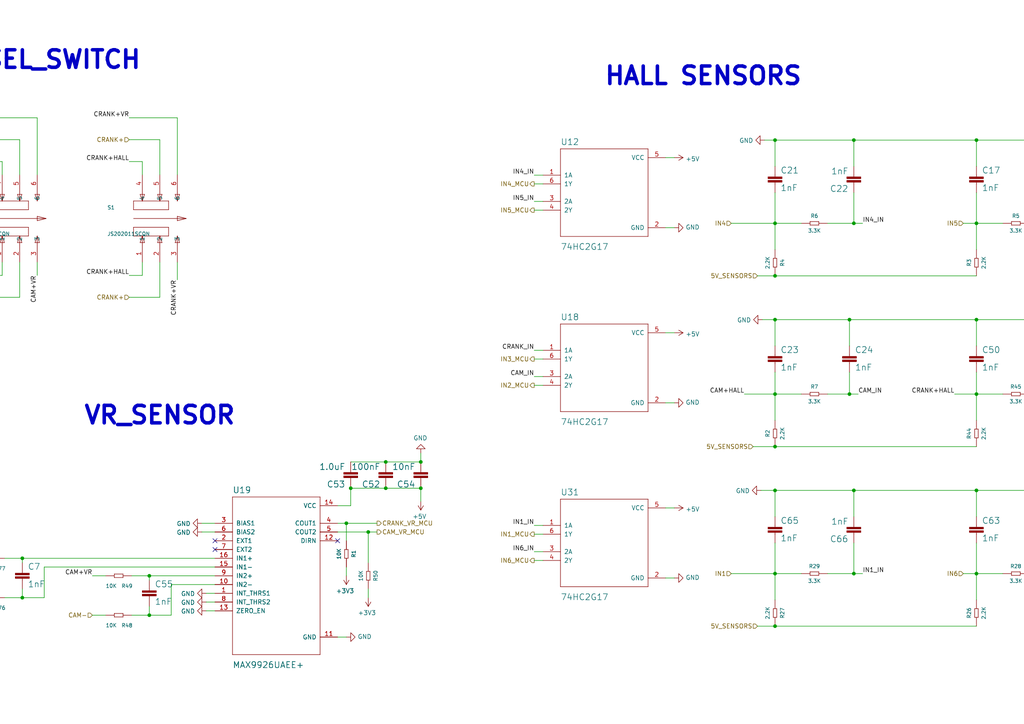
<source format=kicad_sch>
(kicad_sch (version 20230121) (generator eeschema)
  (paper "A4")
  (lib_symbols
    (symbol "Proteus_Little-eagle-import:0.1UF-0603-25V-(+80_-20%)" (pin_names (offset 1.016))
      (property "Reference" "C" (at 1.524 2.921 0))
      (property "Value" "0.1UF-0603-25V-(+80_-20%)" (at 1.524 -2.159 0))
      (symbol "0.1UF-0603-25V-(+80_-20%)_1_0"
        (rectangle (start -2.032 0.508) (end 2.032 1.016) (fill (type outline)))
        (rectangle (start -2.032 1.524) (end 2.032 2.032) (fill (type outline)))
        (polyline (pts (xy 0 0) (xy 0 0.508)))
        (polyline (pts (xy 0 2.54) (xy 0 2.032)))
        (pin passive line (at 0 5.08 270) (length 2.54) (name "1") (number "1"))
        (pin passive line (at 0 -2.54 90) (length 2.54) (name "2") (number "2"))
      )
    )
    (symbol "Proteus_Little-eagle-import:1.0NF_1000PF-0603-50V-10%" (pin_names (offset 1.016))
      (property "Reference" "C" (at 1.524 2.921 0))
      (property "Value" "1.0NF_1000PF-0603-50V-10%" (at 1.524 -2.159 0))
      (symbol "1.0NF_1000PF-0603-50V-10%_1_0"
        (rectangle (start -2.032 0.508) (end 2.032 1.016) (fill (type outline)))
        (rectangle (start -2.032 1.524) (end 2.032 2.032) (fill (type outline)))
        (polyline (pts (xy 0 0) (xy 0 0.508)))
        (polyline (pts (xy 0 2.54) (xy 0 2.032)))
        (pin passive line (at 0 5.08 270) (length 2.54) (name "1") (number "1"))
        (pin passive line (at 0 -2.54 90) (length 2.54) (name "2") (number "2"))
      )
    )
    (symbol "Proteus_Little-eagle-import:1.0UF-0603-16V-10%" (pin_names (offset 1.016))
      (property "Reference" "C" (at 1.524 2.921 0))
      (property "Value" "1.0UF-0603-16V-10%" (at 1.524 -2.159 0))
      (symbol "1.0UF-0603-16V-10%_1_0"
        (rectangle (start -2.032 0.508) (end 2.032 1.016) (fill (type outline)))
        (rectangle (start -2.032 1.524) (end 2.032 2.032) (fill (type outline)))
        (polyline (pts (xy 0 0) (xy 0 0.508)))
        (polyline (pts (xy 0 2.54) (xy 0 2.032)))
        (pin passive line (at 0 5.08 270) (length 2.54) (name "1") (number "1"))
        (pin passive line (at 0 -2.54 90) (length 2.54) (name "2") (number "2"))
      )
    )
    (symbol "Proteus_Little-eagle-import:10NF-0603-50V-10%" (pin_names (offset 1.016))
      (property "Reference" "C" (at 1.524 2.921 0))
      (property "Value" "10NF-0603-50V-10%" (at 1.524 -2.159 0))
      (symbol "10NF-0603-50V-10%_1_0"
        (rectangle (start -2.032 0.508) (end 2.032 1.016) (fill (type outline)))
        (rectangle (start -2.032 1.524) (end 2.032 2.032) (fill (type outline)))
        (polyline (pts (xy 0 0) (xy 0 0.508)))
        (polyline (pts (xy 0 2.54) (xy 0 2.032)))
        (pin passive line (at 0 5.08 270) (length 2.54) (name "1") (number "1"))
        (pin passive line (at 0 -2.54 90) (length 2.54) (name "2") (number "2"))
      )
    )
    (symbol "Proteus_Little-eagle-import:74HC2G17GW,125" (pin_names (offset 1.016))
      (property "Reference" "U" (at -12.7 13.6906 0))
      (property "Value" "74HC2G17GW,125" (at -12.7 -16.6878 0))
      (symbol "74HC2G17GW,125_1_0"
        (polyline (pts (xy -12.7 -12.7) (xy -12.7 12.7)))
        (polyline (pts (xy -12.7 12.7) (xy 12.7 12.7)))
        (polyline (pts (xy 12.7 -12.7) (xy -12.7 -12.7)))
        (polyline (pts (xy 12.7 12.7) (xy 12.7 -12.7)))
        (pin bidirectional line (at -17.78 5.08 0) (length 5.08) (name "1A") (number "1"))
        (pin power_in line (at 17.78 -10.16 180) (length 5.08) (name "GND") (number "2"))
        (pin bidirectional line (at -17.78 -2.54 0) (length 5.08) (name "2A") (number "3"))
        (pin bidirectional line (at -17.78 -5.08 0) (length 5.08) (name "2Y") (number "4"))
        (pin power_in line (at 17.78 10.16 180) (length 5.08) (name "VCC") (number "5"))
        (pin bidirectional line (at -17.78 2.54 0) (length 5.08) (name "1Y") (number "6"))
      )
    )
    (symbol "Proteus_Little-eagle-import:JS202011SCQN" (pin_names (offset 1.016))
      (property "Reference" "S" (at -15.24 2.54 0))
      (property "Value" "JS202011SCQN" (at -15.24 -5.08 0))
      (symbol "JS202011SCQN_1_0"
        (polyline (pts (xy -7.62 -5.08) (xy -7.62 -2.54)))
        (polyline (pts (xy -7.62 -2.54) (xy 2.54 -2.54)))
        (polyline (pts (xy -7.62 0) (xy 7.62 0)))
        (polyline (pts (xy -7.62 2.54) (xy 2.54 2.54)))
        (polyline (pts (xy -7.62 5.08) (xy -7.62 2.54)))
        (polyline (pts (xy -5.715 -6.985) (xy -4.445 -6.985)))
        (polyline (pts (xy -5.715 6.985) (xy -5.08 5.08)))
        (polyline (pts (xy -5.08 -5.08) (xy -7.62 -5.08)))
        (polyline (pts (xy -5.08 -5.08) (xy -5.715 -6.985)))
        (polyline (pts (xy -5.08 -5.08) (xy -5.08 -7.62)))
        (polyline (pts (xy -5.08 5.08) (xy -7.62 5.08)))
        (polyline (pts (xy -5.08 5.08) (xy -4.445 6.985)))
        (polyline (pts (xy -5.08 7.62) (xy -5.08 5.08)))
        (polyline (pts (xy -4.445 -6.985) (xy -5.08 -5.08)))
        (polyline (pts (xy -4.445 6.985) (xy -5.715 6.985)))
        (polyline (pts (xy -0.635 -6.985) (xy 0.635 -6.985)))
        (polyline (pts (xy -0.635 6.985) (xy 0 5.08)))
        (polyline (pts (xy 0 -5.08) (xy -5.08 -5.08)))
        (polyline (pts (xy 0 -5.08) (xy -0.635 -6.985)))
        (polyline (pts (xy 0 -5.08) (xy 0 -7.62)))
        (polyline (pts (xy 0 5.08) (xy -5.08 5.08)))
        (polyline (pts (xy 0 5.08) (xy 0.635 6.985)))
        (polyline (pts (xy 0 7.62) (xy 0 5.08)))
        (polyline (pts (xy 0.635 -6.985) (xy 0 -5.08)))
        (polyline (pts (xy 0.635 6.985) (xy -0.635 6.985)))
        (polyline (pts (xy 2.54 -5.08) (xy 0 -5.08)))
        (polyline (pts (xy 2.54 -2.54) (xy 2.54 -5.08)))
        (polyline (pts (xy 2.54 2.54) (xy 2.54 5.08)))
        (polyline (pts (xy 2.54 5.08) (xy 0 5.08)))
        (polyline (pts (xy 4.445 -6.985) (xy 5.715 -6.985)))
        (polyline (pts (xy 4.445 6.985) (xy 5.08 5.08)))
        (polyline (pts (xy 5.08 -5.08) (xy 4.445 -6.985)))
        (polyline (pts (xy 5.08 -5.08) (xy 5.08 -7.62)))
        (polyline (pts (xy 5.08 -0.635) (xy 7.62 0)))
        (polyline (pts (xy 5.08 0.635) (xy 5.08 -0.635)))
        (polyline (pts (xy 5.08 5.08) (xy 5.715 6.985)))
        (polyline (pts (xy 5.08 7.62) (xy 5.08 5.08)))
        (polyline (pts (xy 5.715 -6.985) (xy 5.08 -5.08)))
        (polyline (pts (xy 5.715 6.985) (xy 4.445 6.985)))
        (polyline (pts (xy 7.62 0) (xy 5.08 0.635)))
        (pin passive line (at -5.08 -12.7 90) (length 5.08) (name "1") (number "1"))
        (pin passive line (at 0 -12.7 90) (length 5.08) (name "2") (number "2"))
        (pin passive line (at 5.08 -12.7 90) (length 5.08) (name "3") (number "3"))
        (pin passive line (at -5.08 12.7 270) (length 5.08) (name "4") (number "4"))
        (pin passive line (at 0 12.7 270) (length 5.08) (name "5") (number "5"))
        (pin passive line (at 5.08 12.7 270) (length 5.08) (name "6") (number "6"))
      )
    )
    (symbol "Proteus_Little-eagle-import:MAX9926UAEE+" (pin_names (offset 1.016))
      (property "Reference" "U" (at -12.7 23.8506 0))
      (property "Value" "MAX9926UAEE+" (at -12.7 -26.8478 0))
      (symbol "MAX9926UAEE+_1_0"
        (polyline (pts (xy -12.7 -22.86) (xy -12.7 22.86)))
        (polyline (pts (xy -12.7 22.86) (xy 12.7 22.86)))
        (polyline (pts (xy 12.7 -22.86) (xy -12.7 -22.86)))
        (polyline (pts (xy 12.7 22.86) (xy 12.7 -22.86)))
        (pin input line (at -17.78 -5.08 0) (length 5.08) (name "INT_THRS1") (number "1"))
        (pin input line (at -17.78 -2.54 0) (length 5.08) (name "IN2-") (number "10"))
        (pin power_in line (at 17.78 -17.78 180) (length 5.08) (name "GND") (number "11"))
        (pin output line (at 17.78 10.16 180) (length 5.08) (name "DIRN") (number "12"))
        (pin input line (at -17.78 -10.16 0) (length 5.08) (name "ZERO_EN") (number "13"))
        (pin power_in line (at 17.78 20.32 180) (length 5.08) (name "VCC") (number "14"))
        (pin input line (at -17.78 2.54 0) (length 5.08) (name "IN1-") (number "15"))
        (pin input line (at -17.78 5.08 0) (length 5.08) (name "IN1+") (number "16"))
        (pin input line (at -17.78 10.16 0) (length 5.08) (name "EXT1") (number "2"))
        (pin input line (at -17.78 15.24 0) (length 5.08) (name "BIAS1") (number "3"))
        (pin output line (at 17.78 15.24 180) (length 5.08) (name "COUT1") (number "4"))
        (pin output line (at 17.78 12.7 180) (length 5.08) (name "COUT2") (number "5"))
        (pin input line (at -17.78 12.7 0) (length 5.08) (name "BIAS2") (number "6"))
        (pin input line (at -17.78 7.62 0) (length 5.08) (name "EXT2") (number "7"))
        (pin input line (at -17.78 -7.62 0) (length 5.08) (name "INT_THRS2") (number "8"))
        (pin input line (at -17.78 0 0) (length 5.08) (name "IN2+") (number "9"))
      )
    )
    (symbol "Proteus_Little-eagle-import:SMD-RES-10K-1%-1_8W(0805)" (pin_names (offset 1.016))
      (property "Value" "SMD-RES-10K-1%-1_8W(0805)" (at -3.81 -2.54 0))
      (symbol "SMD-RES-10K-1%-1_8W(0805)_1_0"
        (polyline (pts (xy -1.27 -0.508) (xy -1.27 0.508)))
        (polyline (pts (xy -1.27 0.508) (xy 1.27 0.508)))
        (polyline (pts (xy 1.27 -0.508) (xy -1.27 -0.508)))
        (polyline (pts (xy 1.27 0.508) (xy 1.27 -0.508)))
        (pin passive line (at -3.81 0 0) (length 2.54) (name "1") (number "1"))
        (pin passive line (at 3.81 0 180) (length 2.54) (name "2") (number "2"))
      )
    )
    (symbol "Proteus_Little-eagle-import:SMD-RES-2.2K-5%-1_10W(0603)" (pin_names (offset 1.016))
      (property "Reference" "R" (at -3.81 1.27 0))
      (property "Value" "SMD-RES-2.2K-5%-1_10W(0603)" (at -3.81 -2.54 0))
      (symbol "SMD-RES-2.2K-5%-1_10W(0603)_1_0"
        (polyline (pts (xy -1.27 -0.508) (xy -1.27 0.508)))
        (polyline (pts (xy -1.27 0.508) (xy 1.27 0.508)))
        (polyline (pts (xy 1.27 -0.508) (xy -1.27 -0.508)))
        (polyline (pts (xy 1.27 0.508) (xy 1.27 -0.508)))
        (pin passive line (at -3.81 0 0) (length 2.54) (name "1") (number "1"))
        (pin passive line (at 3.81 0 180) (length 2.54) (name "2") (number "2"))
      )
    )
    (symbol "Proteus_Little-eagle-import:SMD-RES-3.3K-1%-1_10W(0603)" (pin_names (offset 1.016))
      (property "Reference" "R" (at -3.81 1.27 0))
      (property "Value" "SMD-RES-3.3K-1%-1_10W(0603)" (at -3.81 -2.54 0))
      (symbol "SMD-RES-3.3K-1%-1_10W(0603)_1_0"
        (polyline (pts (xy -1.27 -0.508) (xy -1.27 0.508)))
        (polyline (pts (xy -1.27 0.508) (xy 1.27 0.508)))
        (polyline (pts (xy 1.27 -0.508) (xy -1.27 -0.508)))
        (polyline (pts (xy 1.27 0.508) (xy 1.27 -0.508)))
        (pin passive line (at -3.81 0 0) (length 2.54) (name "1") (number "1"))
        (pin passive line (at 3.81 0 180) (length 2.54) (name "2") (number "2"))
      )
    )
    (symbol "Proteus_Little-rescue:+3V3-power" (power) (pin_names (offset 0))
      (property "Value" "+3V3-power" (at 0 3.556 0))
      (symbol "+3V3-power_0_1"
        (polyline (pts (xy -0.762 1.27) (xy 0 2.54)))
        (polyline (pts (xy 0 0) (xy 0 2.54)))
        (polyline (pts (xy 0 2.54) (xy 0.762 1.27)))
      )
      (symbol "+3V3-power_1_1"
        (pin power_in line (at 0 0 90) (length 0) hide (name "+3V3") (number "1"))
      )
    )
    (symbol "Proteus_Little-rescue:+5V-power" (power) (pin_names (offset 0))
      (property "Value" "+5V-power" (at 0 3.556 0))
      (symbol "+5V-power_0_1"
        (polyline (pts (xy -0.762 1.27) (xy 0 2.54)))
        (polyline (pts (xy 0 0) (xy 0 2.54)))
        (polyline (pts (xy 0 2.54) (xy 0.762 1.27)))
      )
      (symbol "+5V-power_1_1"
        (pin power_in line (at 0 0 90) (length 0) hide (name "+5V") (number "1"))
      )
    )
    (symbol "Proteus_Little-rescue:GND-power" (power) (pin_names (offset 0))
      (property "Value" "GND-power" (at 0 -3.81 0))
      (symbol "GND-power_0_1"
        (polyline (pts (xy 0 0) (xy 0 -1.27) (xy 1.27 -1.27) (xy 0 -2.54) (xy -1.27 -1.27) (xy 0 -1.27)))
      )
      (symbol "GND-power_1_1"
        (pin power_in line (at 0 0 270) (length 0) hide (name "GND") (number "1"))
      )
    )
  )
  (junction (at 224.79 80.01))
  (junction (at 224.79 166.37))
  (junction (at 122.047 133.985))
  (junction (at 247.65 166.37))
  (junction (at 122.047 141.605))
  (junction (at 101.727 141.605))
  (junction (at 224.79 142.24))
  (junction (at 246.38 114.3))
  (junction (at 283.21 114.3))
  (junction (at 247.65 142.24))
  (junction (at 6.477 161.925))
  (junction (at 224.79 129.54))
  (junction (at 247.65 40.64))
  (junction (at 283.21 166.37))
  (junction (at 246.38 92.71))
  (junction (at 111.887 141.605))
  (junction (at 100.457 151.765))
  (junction (at 306.07 114.3))
  (junction (at 306.07 64.77))
  (junction (at 283.21 64.77))
  (junction (at 224.79 92.71))
  (junction (at 106.807 154.305))
  (junction (at 6.477 173.355))
  (junction (at 283.21 142.24))
  (junction (at 224.79 114.3))
  (junction (at 306.07 166.37))
  (junction (at 224.79 64.77))
  (junction (at 283.21 92.71))
  (junction (at 43.307 178.435))
  (junction (at 247.65 64.77))
  (junction (at 224.79 40.64))
  (junction (at 111.887 133.985))
  (junction (at 283.21 40.64))
  (junction (at 224.79 181.61))
  (junction (at 43.307 167.005))
  (no_connect (at 97.917 156.845))
  (no_connect (at 62.357 156.845))
  (no_connect (at 62.357 159.385))
  (wire (pts (xy 224.79 142.24) (xy 224.79 149.86)))
  (wire (pts (xy -10.033 161.925) (xy -6.223 161.925)))
  (wire (pts (xy 232.41 64.77) (xy 224.79 64.77)))
  (wire (pts (xy 49.657 178.435) (xy 49.657 169.545)))
  (wire (pts (xy 100.457 156.845) (xy 100.457 151.765)))
  (wire (pts (xy 224.79 129.54) (xy 283.21 129.54)))
  (wire (pts (xy 224.79 114.3) (xy 224.79 121.92)))
  (wire (pts (xy 306.07 142.24) (xy 306.07 149.86)))
  (wire (pts (xy 306.07 64.77) (xy 298.45 64.77)))
  (wire (pts (xy 212.09 64.77) (xy 224.79 64.77)))
  (wire (pts (xy 59.817 177.165) (xy 62.357 177.165)))
  (wire (pts (xy -3.175 79.883) (xy 0.635 79.883)))
  (wire (pts (xy 6.477 161.925) (xy 62.357 161.925)))
  (wire (pts (xy 100.457 167.005) (xy 100.457 164.465)))
  (wire (pts (xy 224.79 92.71) (xy 246.38 92.71)))
  (wire (pts (xy 43.307 168.275) (xy 43.307 167.005)))
  (wire (pts (xy 157.48 58.42) (xy 154.94 58.42)))
  (wire (pts (xy 157.48 154.94) (xy 154.94 154.94)))
  (wire (pts (xy 212.09 166.37) (xy 224.79 166.37)))
  (wire (pts (xy 100.457 184.785) (xy 97.917 184.785)))
  (wire (pts (xy 224.79 40.64) (xy 224.79 48.26)))
  (wire (pts (xy 26.797 167.005) (xy 30.607 167.005)))
  (wire (pts (xy 283.21 40.64) (xy 283.21 48.26)))
  (wire (pts (xy 5.715 86.233) (xy 5.715 76.073)))
  (wire (pts (xy 1.397 161.925) (xy 6.477 161.925)))
  (wire (pts (xy 247.65 142.24) (xy 283.21 142.24)))
  (wire (pts (xy 224.79 181.61) (xy 283.21 181.61)))
  (wire (pts (xy 46.355 86.233) (xy 46.355 76.073)))
  (wire (pts (xy 37.465 34.163) (xy 51.435 34.163)))
  (wire (pts (xy 306.07 55.88) (xy 306.07 64.77)))
  (wire (pts (xy 37.465 40.513) (xy 46.355 40.513)))
  (wire (pts (xy 246.38 92.71) (xy 246.38 100.33)))
  (wire (pts (xy 111.887 141.605) (xy 101.727 141.605)))
  (wire (pts (xy 26.797 178.435) (xy 30.607 178.435)))
  (wire (pts (xy 62.357 174.625) (xy 59.817 174.625)))
  (wire (pts (xy 283.21 64.77) (xy 283.21 55.88)))
  (wire (pts (xy 157.48 60.96) (xy 154.94 60.96)))
  (wire (pts (xy 290.83 64.77) (xy 283.21 64.77)))
  (wire (pts (xy 109.347 151.765) (xy 100.457 151.765)))
  (wire (pts (xy 224.79 166.37) (xy 224.79 157.48)))
  (wire (pts (xy 247.65 40.64) (xy 224.79 40.64)))
  (wire (pts (xy 157.48 104.14) (xy 154.94 104.14)))
  (wire (pts (xy 306.07 92.71) (xy 306.07 100.33)))
  (wire (pts (xy 224.79 40.64) (xy 221.742 40.64)))
  (wire (pts (xy 46.355 40.513) (xy 46.355 50.673)))
  (wire (pts (xy 157.48 50.8) (xy 154.94 50.8)))
  (wire (pts (xy 247.65 40.64) (xy 283.21 40.64)))
  (wire (pts (xy 247.65 64.77) (xy 240.03 64.77)))
  (wire (pts (xy -3.175 46.863) (xy 0.635 46.863)))
  (wire (pts (xy 6.477 163.195) (xy 6.477 161.925)))
  (wire (pts (xy 49.657 169.545) (xy 62.357 169.545)))
  (wire (pts (xy 247.65 55.88) (xy 247.65 64.77)))
  (wire (pts (xy 106.807 173.355) (xy 106.807 170.815)))
  (wire (pts (xy 0.635 46.863) (xy 0.635 50.673)))
  (wire (pts (xy 250.19 166.37) (xy 247.65 166.37)))
  (wire (pts (xy 101.727 141.605) (xy 101.727 146.685)))
  (wire (pts (xy 6.477 170.815) (xy 6.477 173.355)))
  (wire (pts (xy 283.21 114.3) (xy 283.21 121.92)))
  (wire (pts (xy -10.033 173.355) (xy -6.223 173.355)))
  (wire (pts (xy 219.71 80.01) (xy 224.79 80.01)))
  (wire (pts (xy 240.03 114.3) (xy 246.38 114.3)))
  (wire (pts (xy 0.635 79.883) (xy 0.635 76.073)))
  (wire (pts (xy 59.817 172.085) (xy 62.357 172.085)))
  (wire (pts (xy 157.48 152.4) (xy 154.94 152.4)))
  (wire (pts (xy 246.38 92.71) (xy 283.21 92.71)))
  (wire (pts (xy -3.175 34.163) (xy 10.795 34.163)))
  (wire (pts (xy 43.307 167.005) (xy 62.357 167.005)))
  (wire (pts (xy 37.465 79.883) (xy 41.275 79.883)))
  (wire (pts (xy 224.79 107.95) (xy 224.79 114.3)))
  (wire (pts (xy 247.65 157.48) (xy 247.65 166.37)))
  (wire (pts (xy 313.69 114.3) (xy 306.07 114.3)))
  (wire (pts (xy 313.69 166.37) (xy 306.07 166.37)))
  (wire (pts (xy 41.275 79.883) (xy 41.275 76.073)))
  (wire (pts (xy 276.86 114.3) (xy 283.21 114.3)))
  (wire (pts (xy 224.79 72.39) (xy 224.79 64.77)))
  (wire (pts (xy 224.79 142.24) (xy 220.726 142.24)))
  (wire (pts (xy 12.827 173.355) (xy 6.477 173.355)))
  (wire (pts (xy 283.21 72.39) (xy 283.21 64.77)))
  (wire (pts (xy 58.547 154.305) (xy 62.357 154.305)))
  (wire (pts (xy 290.83 166.37) (xy 283.21 166.37)))
  (wire (pts (xy 279.4 64.77) (xy 283.21 64.77)))
  (wire (pts (xy 283.21 40.64) (xy 306.07 40.64)))
  (wire (pts (xy 37.465 46.863) (xy 41.275 46.863)))
  (wire (pts (xy 224.79 173.99) (xy 224.79 166.37)))
  (wire (pts (xy 224.79 64.77) (xy 224.79 55.88)))
  (wire (pts (xy 219.71 181.61) (xy 224.79 181.61)))
  (wire (pts (xy 283.21 114.3) (xy 290.83 114.3)))
  (wire (pts (xy 6.477 173.355) (xy 1.397 173.355)))
  (wire (pts (xy 195.58 96.52) (xy 193.04 96.52)))
  (wire (pts (xy 10.795 79.883) (xy 10.795 76.073)))
  (wire (pts (xy 193.04 66.04) (xy 195.58 66.04)))
  (wire (pts (xy 193.04 147.32) (xy 195.58 147.32)))
  (wire (pts (xy 106.807 163.195) (xy 106.807 154.305)))
  (wire (pts (xy 122.047 145.415) (xy 122.047 141.605)))
  (wire (pts (xy 306.07 107.95) (xy 306.07 114.3)))
  (wire (pts (xy 283.21 166.37) (xy 283.21 157.48)))
  (wire (pts (xy 51.435 81.153) (xy 51.435 76.073)))
  (wire (pts (xy 62.357 151.765) (xy 58.547 151.765)))
  (wire (pts (xy 100.457 151.765) (xy 97.917 151.765)))
  (wire (pts (xy 101.727 133.985) (xy 111.887 133.985)))
  (wire (pts (xy 283.21 107.95) (xy 283.21 114.3)))
  (wire (pts (xy 43.307 175.895) (xy 43.307 178.435)))
  (wire (pts (xy 49.657 178.435) (xy 43.307 178.435)))
  (wire (pts (xy 106.807 154.305) (xy 97.917 154.305)))
  (wire (pts (xy 283.21 92.71) (xy 306.07 92.71)))
  (wire (pts (xy 5.715 40.513) (xy 5.715 50.673)))
  (wire (pts (xy 215.9 114.3) (xy 224.79 114.3)))
  (wire (pts (xy 38.227 167.005) (xy 43.307 167.005)))
  (wire (pts (xy 247.65 142.24) (xy 247.65 149.86)))
  (wire (pts (xy 232.41 166.37) (xy 224.79 166.37)))
  (wire (pts (xy 12.827 173.355) (xy 12.827 164.465)))
  (wire (pts (xy 157.48 53.34) (xy 154.94 53.34)))
  (wire (pts (xy 306.07 157.48) (xy 306.07 166.37)))
  (wire (pts (xy 218.44 129.54) (xy 224.79 129.54)))
  (wire (pts (xy 224.79 92.71) (xy 221.107 92.71)))
  (wire (pts (xy 122.047 131.445) (xy 122.047 133.985)))
  (wire (pts (xy 154.94 109.22) (xy 157.48 109.22)))
  (wire (pts (xy 306.07 114.3) (xy 298.45 114.3)))
  (wire (pts (xy 224.79 80.01) (xy 283.21 80.01)))
  (wire (pts (xy 306.07 166.37) (xy 298.45 166.37)))
  (wire (pts (xy 10.795 34.163) (xy 10.795 50.673)))
  (wire (pts (xy 247.65 166.37) (xy 240.03 166.37)))
  (wire (pts (xy 283.21 173.99) (xy 283.21 166.37)))
  (wire (pts (xy 247.65 142.24) (xy 224.79 142.24)))
  (wire (pts (xy 122.047 141.605) (xy 111.887 141.605)))
  (wire (pts (xy 43.307 178.435) (xy 38.227 178.435)))
  (wire (pts (xy 248.92 114.3) (xy 246.38 114.3)))
  (wire (pts (xy 279.4 166.37) (xy 283.21 166.37)))
  (wire (pts (xy 111.887 133.985) (xy 122.047 133.985)))
  (wire (pts (xy 195.58 116.84) (xy 193.04 116.84)))
  (wire (pts (xy 157.48 160.02) (xy 154.94 160.02)))
  (wire (pts (xy 224.79 114.3) (xy 232.41 114.3)))
  (wire (pts (xy 313.69 64.77) (xy 306.07 64.77)))
  (wire (pts (xy 12.827 164.465) (xy 62.357 164.465)))
  (wire (pts (xy 224.79 92.71) (xy 224.79 100.33)))
  (wire (pts (xy 306.07 40.64) (xy 306.07 48.26)))
  (wire (pts (xy 154.94 101.6) (xy 157.48 101.6)))
  (wire (pts (xy 283.21 142.24) (xy 283.21 149.86)))
  (wire (pts (xy -3.175 40.513) (xy 5.715 40.513)))
  (wire (pts (xy 283.21 92.71) (xy 283.21 100.33)))
  (wire (pts (xy 41.275 46.863) (xy 41.275 50.673)))
  (wire (pts (xy 250.19 64.77) (xy 247.65 64.77)))
  (wire (pts (xy -3.175 86.233) (xy 5.715 86.233)))
  (wire (pts (xy 193.04 45.72) (xy 195.58 45.72)))
  (wire (pts (xy 283.21 142.24) (xy 306.07 142.24)))
  (wire (pts (xy 193.04 167.64) (xy 195.58 167.64)))
  (wire (pts (xy 157.48 162.56) (xy 154.94 162.56)))
  (wire (pts (xy 154.94 111.76) (xy 157.48 111.76)))
  (wire (pts (xy 37.465 86.233) (xy 46.355 86.233)))
  (wire (pts (xy 51.435 34.163) (xy 51.435 50.673)))
  (wire (pts (xy 101.727 146.685) (xy 97.917 146.685)))
  (wire (pts (xy 247.65 40.64) (xy 247.65 48.26)))
  (wire (pts (xy 246.38 114.3) (xy 246.38 107.95)))
  (wire (pts (xy 109.347 154.305) (xy 106.807 154.305)))
  (text "HALL SENSORS" (at 175.006 25.146 0) (effects (font (size 5.08 5.08) (thickness 1.016) bold) (justify left bottom)))
  (text "VR_SENSOR" (at 24.003 123.571 0) (effects (font (size 5.08 5.08) (thickness 1.016) bold) (justify left bottom)))
  (text "SEL_SWITCH" (at -4.826 20.447 0) (effects (font (size 5.08 5.08) (thickness 1.016) bold) (justify left bottom)))
  (label "CRANK_IN" (at 313.69 114.3 0))
  (label "CRANK+HALL" (at 37.465 46.863 180))
  (label "IN4_IN" (at 154.94 50.8 180))
  (label "IN5_IN" (at 154.94 58.42 180))
  (label "CRANK+VR" (at 51.435 81.153 270))
  (label "CAM+VR" (at 26.797 167.005 180))
  (label "CAM+HALL" (at -3.175 46.863 180))
  (label "IN1_IN" (at 154.94 152.4 180))
  (label "IN6_IN" (at 154.94 160.02 180))
  (label "CAM+VR" (at 10.795 79.883 270))
  (label "CAM+HALL" (at 215.9 114.3 180))
  (label "CAM_IN" (at 154.94 109.22 180))
  (label "IN1_IN" (at 250.19 166.37 0))
  (label "CAM+VR" (at -3.175 34.163 180))
  (label "IN6_IN" (at 313.69 166.37 0))
  (label "CRANK+VR" (at -10.033 161.925 180))
  (label "CAM_IN" (at 248.92 114.3 0))
  (label "CRANK_IN" (at 154.94 101.6 180))
  (label "CRANK+VR" (at 37.465 34.163 180))
  (label "IN5_IN" (at 313.69 64.77 0))
  (label "CRANK+HALL" (at 276.86 114.3 180))
  (label "CRANK+HALL" (at 37.465 79.883 180))
  (label "IN4_IN" (at 250.19 64.77 0))
  (label "CAM+HALL" (at -3.175 79.883 180))
  (hierarchical_label "CRANK_VR_MCU" (shape output) (at 109.347 151.765 0))
  (hierarchical_label "IN3_MCU" (shape output) (at 154.94 104.14 180))
  (hierarchical_label "CRANK+" (shape input) (at 37.465 86.233 180))
  (hierarchical_label "5V_SENSORS" (shape input) (at 218.44 129.54 180))
  (hierarchical_label "IN4_MCU" (shape output) (at 154.94 53.34 180))
  (hierarchical_label "IN6" (shape input) (at 279.4 166.37 180))
  (hierarchical_label "CAM+" (shape input) (at -3.175 86.233 180))
  (hierarchical_label "5V_SENSORS" (shape input) (at 219.71 181.61 180))
  (hierarchical_label "CAM_VR_MCU" (shape output) (at 109.347 154.305 0))
  (hierarchical_label "IN5_MCU" (shape output) (at 154.94 60.96 180))
  (hierarchical_label "CRANK-" (shape input) (at -10.033 173.355 180))
  (hierarchical_label "CAM+" (shape input) (at -3.175 40.513 180))
  (hierarchical_label "IN6_MCU" (shape output) (at 154.94 162.56 180))
  (hierarchical_label "5V_SENSORS" (shape input) (at 219.71 80.01 180))
  (hierarchical_label "IN2_MCU" (shape output) (at 154.94 111.76 180))
  (hierarchical_label "IN1_MCU" (shape output) (at 154.94 154.94 180))
  (hierarchical_label "IN1" (shape input) (at 212.09 166.37 180))
  (hierarchical_label "IN4" (shape input) (at 212.09 64.77 180))
  (hierarchical_label "CRANK+" (shape input) (at 37.465 40.513 180))
  (hierarchical_label "IN5" (shape input) (at 279.4 64.77 180))
  (hierarchical_label "CAM-" (shape input) (at 26.797 178.435 180))
  (symbol (lib_id "Proteus_Little-eagle-import:1.0NF_1000PF-0603-50V-10%") (at 283.21 154.94 0) (unit 1)
    (property "Reference" "C63" (at 284.734 152.019 0) (effects (font (size 1.778 1.778)) (justify left bottom)))
    (property "Value" "1nF" (at 284.734 157.099 0) (effects (font (size 1.778 1.778)) (justify left bottom)))
    (property "Footprint" "Proteus_Little:0603" (effects hide))
  )
  (symbol (lib_id "Proteus_Little-rescue:GND-power") (at 195.58 66.04 90) (unit 1)
    (property "Reference" "#PWR0345" (effects hide))
    (property "Value" "GND-power" (at 198.8312 65.913 90) (effects (justify right)))
  )
  (symbol (lib_id "Proteus_Little-rescue:GND-power") (at 221.742 40.64 270) (unit 1)
    (property "Reference" "#PWR0346" (effects hide))
    (property "Value" "GND-power" (at 218.4908 40.767 90) (effects (justify right)))
  )
  (symbol (lib_id "Proteus_Little-rescue:GND-power") (at 221.107 92.71 270) (unit 1)
    (property "Reference" "#PWR0347" (effects hide))
    (property "Value" "GND-power" (at 217.8558 92.837 90) (effects (justify right)))
  )
  (symbol (lib_id "Proteus_Little-rescue:GND-power") (at 220.726 142.24 270) (unit 1)
    (property "Reference" "#PWR0348" (effects hide))
    (property "Value" "GND-power" (at 217.4748 142.367 90) (effects (justify right)))
  )
  (symbol (lib_id "Proteus_Little-rescue:GND-power") (at 195.58 116.84 90) (unit 1)
    (property "Reference" "#PWR0349" (effects hide))
    (property "Value" "GND-power" (at 198.8312 116.713 90) (effects (justify right)))
  )
  (symbol (lib_id "Proteus_Little-rescue:GND-power") (at 195.58 167.64 90) (unit 1)
    (property "Reference" "#PWR0350" (effects hide))
    (property "Value" "GND-power" (at 198.8312 167.513 90) (effects (justify right)))
  )
  (symbol (lib_id "Proteus_Little-rescue:GND-power") (at 100.457 184.785 90) (unit 1)
    (property "Reference" "#PWR0351" (effects hide))
    (property "Value" "GND-power" (at 103.7082 184.658 90) (effects (justify right)))
  )
  (symbol (lib_id "Proteus_Little-rescue:GND-power") (at 122.047 131.445 180) (unit 1)
    (property "Reference" "#PWR0352" (effects hide))
    (property "Value" "GND-power" (at 121.92 127.0508 0))
  )
  (symbol (lib_id "Proteus_Little-rescue:GND-power") (at 58.547 151.765 270) (unit 1)
    (property "Reference" "#PWR0353" (effects hide))
    (property "Value" "GND-power" (at 55.2958 151.892 90) (effects (justify right)))
  )
  (symbol (lib_id "Proteus_Little-rescue:GND-power") (at 58.547 154.305 270) (unit 1)
    (property "Reference" "#PWR0354" (effects hide))
    (property "Value" "GND-power" (at 55.2958 154.432 90) (effects (justify right)))
  )
  (symbol (lib_id "Proteus_Little-rescue:GND-power") (at 59.817 172.085 270) (unit 1)
    (property "Reference" "#PWR0355" (effects hide))
    (property "Value" "GND-power" (at 56.5658 172.212 90) (effects (justify right)))
  )
  (symbol (lib_id "Proteus_Little-rescue:GND-power") (at 59.817 174.625 270) (unit 1)
    (property "Reference" "#PWR0356" (effects hide))
    (property "Value" "GND-power" (at 56.5658 174.752 90) (effects (justify right)))
  )
  (symbol (lib_id "Proteus_Little-rescue:GND-power") (at 59.817 177.165 270) (unit 1)
    (property "Reference" "#PWR0357" (effects hide))
    (property "Value" "GND-power" (at 56.5658 177.292 90) (effects (justify right)))
  )
  (symbol (lib_id "Proteus_Little-rescue:+3V3-power") (at 100.457 167.005 180) (unit 1)
    (property "Reference" "#PWR0358" (effects hide))
    (property "Value" "+3V3-power" (at 100.076 171.3992 0))
  )
  (symbol (lib_id "Proteus_Little-rescue:+3V3-power") (at 106.807 173.355 180) (unit 1)
    (property "Reference" "#PWR0359" (effects hide))
    (property "Value" "+3V3-power" (at 106.426 177.7492 0))
  )
  (symbol (lib_id "Proteus_Little-rescue:+5V-power") (at 122.047 145.415 180) (unit 1)
    (property "Reference" "#PWR0360" (effects hide))
    (property "Value" "+5V-power" (at 121.666 149.8092 0))
  )
  (symbol (lib_id "Proteus_Little-rescue:+5V-power") (at 195.58 147.32 270) (unit 1)
    (property "Reference" "#PWR0361" (effects hide))
    (property "Value" "+5V-power" (at 198.8312 147.701 90) (effects (justify left)))
  )
  (symbol (lib_id "Proteus_Little-rescue:+5V-power") (at 195.58 96.52 270) (unit 1)
    (property "Reference" "#PWR0362" (effects hide))
    (property "Value" "+5V-power" (at 198.8312 96.901 90) (effects (justify left)))
  )
  (symbol (lib_id "Proteus_Little-rescue:+5V-power") (at 195.58 45.72 270) (unit 1)
    (property "Reference" "#PWR0363" (effects hide))
    (property "Value" "+5V-power" (at 198.8312 46.101 90) (effects (justify left)))
  )
  (symbol (lib_id "Proteus_Little-eagle-import:1.0NF_1000PF-0603-50V-10%") (at 224.79 105.41 0) (unit 1)
    (property "Reference" "C23" (at 226.314 102.489 0) (effects (font (size 1.778 1.778)) (justify left bottom)))
    (property "Value" "1nF" (at 226.314 107.569 0) (effects (font (size 1.778 1.778)) (justify left bottom)))
    (property "Footprint" "Proteus_Little:0603" (effects hide))
  )
  (symbol (lib_id "Proteus_Little-eagle-import:SMD-RES-10K-1%-1_8W(0805)") (at -2.413 173.355 0) (mirror y) (unit 1)
    (property "Reference" "R76" (at 1.651 176.9364 0) (effects (font (size 1.0668 1.0668)) (justify left bottom)))
    (property "Value" "10K" (at -2.921 176.911 0) (effects (font (size 1.0668 1.0668)) (justify left bottom)))
    (property "Footprint" "Proteus_Little:R0805" (effects hide))
  )
  (symbol (lib_id "Proteus_Little-eagle-import:SMD-RES-3.3K-1%-1_10W(0603)") (at 236.22 64.77 0) (unit 1)
    (property "Reference" "R6" (at 236.22 63.246 0) (effects (font (size 1.0668 1.0668)) (justify bottom)))
    (property "Value" "3.3K" (at 236.22 66.294 0) (effects (font (size 1.0668 1.0668)) (justify top)))
    (property "Footprint" "Proteus_Little:R0603" (effects hide))
  )
  (symbol (lib_id "Proteus_Little-eagle-import:1.0NF_1000PF-0603-50V-10%") (at 6.477 168.275 0) (unit 1)
    (property "Reference" "C7" (at 8.001 165.354 0) (effects (font (size 1.778 1.778)) (justify left bottom)))
    (property "Value" "1nF" (at 8.001 170.434 0) (effects (font (size 1.778 1.778)) (justify left bottom)))
    (property "Footprint" "Proteus_Little:0603" (effects hide))
  )
  (symbol (lib_id "Proteus_Little-eagle-import:1.0NF_1000PF-0603-50V-10%") (at 306.07 154.94 0) (unit 1)
    (property "Reference" "C64" (at 307.594 152.019 0) (effects (font (size 1.778 1.778)) (justify left bottom)))
    (property "Value" "1nF" (at 307.594 157.099 0) (effects (font (size 1.778 1.778)) (justify left bottom)))
    (property "Footprint" "Proteus_Little:0603" (effects hide))
  )
  (symbol (lib_id "Proteus_Little-eagle-import:1.0NF_1000PF-0603-50V-10%") (at 246.38 105.41 0) (unit 1)
    (property "Reference" "C24" (at 247.904 102.489 0) (effects (font (size 1.778 1.778)) (justify left bottom)))
    (property "Value" "1nF" (at 247.904 107.569 0) (effects (font (size 1.778 1.778)) (justify left bottom)))
    (property "Footprint" "Proteus_Little:0603" (effects hide))
  )
  (symbol (lib_id "Proteus_Little-eagle-import:1.0NF_1000PF-0603-50V-10%") (at 283.21 105.41 0) (unit 1)
    (property "Reference" "C50" (at 284.734 102.489 0) (effects (font (size 1.778 1.778)) (justify left bottom)))
    (property "Value" "1nF" (at 284.734 107.569 0) (effects (font (size 1.778 1.778)) (justify left bottom)))
    (property "Footprint" "Proteus_Little:0603" (effects hide))
  )
  (symbol (lib_id "Proteus_Little-eagle-import:SMD-RES-3.3K-1%-1_10W(0603)") (at 294.64 64.77 0) (unit 1)
    (property "Reference" "R5" (at 294.64 63.246 0) (effects (font (size 1.0668 1.0668)) (justify bottom)))
    (property "Value" "3.3K" (at 294.64 66.294 0) (effects (font (size 1.0668 1.0668)) (justify top)))
    (property "Footprint" "Proteus_Little:R0603" (effects hide))
  )
  (symbol (lib_id "Proteus_Little-eagle-import:1.0NF_1000PF-0603-50V-10%") (at 247.65 152.4 180) (unit 1)
    (property "Reference" "C66" (at 246.126 155.321 0) (effects (font (size 1.778 1.778)) (justify left bottom)))
    (property "Value" "1nF" (at 246.126 150.241 0) (effects (font (size 1.778 1.778)) (justify left bottom)))
    (property "Footprint" "Proteus_Little:0603" (effects hide))
  )
  (symbol (lib_id "Proteus_Little-eagle-import:74HC2G17GW,125") (at 175.26 106.68 0) (unit 1)
    (property "Reference" "U18" (at 162.56 92.964 0) (effects (font (size 1.7526 1.7526)) (justify left bottom)))
    (property "Value" "74HC2G17" (at 162.56 123.3678 0) (effects (font (size 1.7526 1.7526)) (justify left bottom)))
    (property "Footprint" "Proteus_Little:SOP65P210X110-6N" (effects hide))
  )
  (symbol (lib_id "Proteus_Little-eagle-import:JS202011SCQN") (at 5.715 63.373 0) (unit 1)
    (property "Reference" "S3" (at -9.5504 60.8076 0) (effects (font (size 1.0668 1.0668)) (justify left bottom)))
    (property "Value" "JS202011SCQN" (at -9.5504 68.453 0) (effects (font (size 1.0668 1.0668)) (justify left bottom)))
    (property "Footprint" "Proteus_Little:SW_JS202011SCQN" (effects hide))
  )
  (symbol (lib_id "Proteus_Little-eagle-import:1.0NF_1000PF-0603-50V-10%") (at 283.21 53.34 0) (unit 1)
    (property "Reference" "C17" (at 284.734 50.419 0) (effects (font (size 1.778 1.778)) (justify left bottom)))
    (property "Value" "1nF" (at 284.734 55.499 0) (effects (font (size 1.778 1.778)) (justify left bottom)))
    (property "Footprint" "Proteus_Little:0603" (effects hide))
  )
  (symbol (lib_id "Proteus_Little-eagle-import:SMD-RES-2.2K-5%-1_10W(0603)") (at 283.21 177.8 90) (unit 1)
    (property "Reference" "R26" (at 281.686 177.8 0) (effects (font (size 1.0668 1.0668)) (justify bottom)))
    (property "Value" "2.2K" (at 284.734 177.8 0) (effects (font (size 1.0668 1.0668)) (justify top)))
    (property "Footprint" "Proteus_Little:R0603" (effects hide))
  )
  (symbol (lib_id "Proteus_Little-eagle-import:SMD-RES-2.2K-5%-1_10W(0603)") (at 224.79 177.8 270) (unit 1)
    (property "Reference" "R27" (at 226.314 177.8 0) (effects (font (size 1.0668 1.0668)) (justify bottom)))
    (property "Value" "2.2K" (at 223.266 177.8 0) (effects (font (size 1.0668 1.0668)) (justify top)))
    (property "Footprint" "Proteus_Little:R0603" (effects hide))
  )
  (symbol (lib_id "Proteus_Little-eagle-import:SMD-RES-2.2K-5%-1_10W(0603)") (at 283.21 125.73 90) (unit 1)
    (property "Reference" "R44" (at 281.686 125.73 0) (effects (font (size 1.0668 1.0668)) (justify bottom)))
    (property "Value" "2.2K" (at 284.734 125.73 0) (effects (font (size 1.0668 1.0668)) (justify top)))
    (property "Footprint" "Proteus_Little:R0603" (effects hide))
  )
  (symbol (lib_id "Proteus_Little-eagle-import:SMD-RES-10K-1%-1_8W(0805)") (at 34.417 167.005 0) (mirror y) (unit 1)
    (property "Reference" "R49" (at 38.481 170.5864 0) (effects (font (size 1.0668 1.0668)) (justify left bottom)))
    (property "Value" "10K" (at 33.909 170.561 0) (effects (font (size 1.0668 1.0668)) (justify left bottom)))
    (property "Footprint" "Proteus_Little:R0805" (effects hide))
  )
  (symbol (lib_id "Proteus_Little-eagle-import:74HC2G17GW,125") (at 175.26 55.88 0) (unit 1)
    (property "Reference" "U12" (at 162.56 42.164 0) (effects (font (size 1.7526 1.7526)) (justify left bottom)))
    (property "Value" "74HC2G17" (at 162.56 72.5678 0) (effects (font (size 1.7526 1.7526)) (justify left bottom)))
    (property "Footprint" "Proteus_Little:SOP65P210X110-6N" (effects hide))
  )
  (symbol (lib_id "Proteus_Little-eagle-import:10NF-0603-50V-10%") (at 122.047 139.065 0) (unit 1)
    (property "Reference" "C54" (at 120.523 139.446 0) (effects (font (size 1.778 1.778)) (justify right top)))
    (property "Value" "10nF" (at 120.523 134.366 0) (effects (font (size 1.778 1.778)) (justify right top)))
    (property "Footprint" "Proteus_Little:0603" (effects hide))
  )
  (symbol (lib_id "Proteus_Little-eagle-import:74HC2G17GW,125") (at 175.26 157.48 0) (unit 1)
    (property "Reference" "U31" (at 162.56 143.764 0) (effects (font (size 1.7526 1.7526)) (justify left bottom)))
    (property "Value" "74HC2G17" (at 162.56 174.1678 0) (effects (font (size 1.7526 1.7526)) (justify left bottom)))
    (property "Footprint" "Proteus_Little:SOP65P210X110-6N" (effects hide))
  )
  (symbol (lib_id "Proteus_Little-eagle-import:SMD-RES-3.3K-1%-1_10W(0603)") (at 236.22 114.3 0) (unit 1)
    (property "Reference" "R7" (at 236.22 112.776 0) (effects (font (size 1.0668 1.0668)) (justify bottom)))
    (property "Value" "3.3K" (at 236.22 115.824 0) (effects (font (size 1.0668 1.0668)) (justify top)))
    (property "Footprint" "Proteus_Little:R0603" (effects hide))
  )
  (symbol (lib_id "Proteus_Little-eagle-import:SMD-RES-3.3K-1%-1_10W(0603)") (at 236.22 166.37 0) (unit 1)
    (property "Reference" "R29" (at 236.22 164.846 0) (effects (font (size 1.0668 1.0668)) (justify bottom)))
    (property "Value" "3.3K" (at 236.22 167.894 0) (effects (font (size 1.0668 1.0668)) (justify top)))
    (property "Footprint" "Proteus_Little:R0603" (effects hide))
  )
  (symbol (lib_id "Proteus_Little-eagle-import:SMD-RES-3.3K-1%-1_10W(0603)") (at 294.64 114.3 0) (unit 1)
    (property "Reference" "R45" (at 294.64 112.776 0) (effects (font (size 1.0668 1.0668)) (justify bottom)))
    (property "Value" "3.3K" (at 294.64 115.824 0) (effects (font (size 1.0668 1.0668)) (justify top)))
    (property "Footprint" "Proteus_Little:R0603" (effects hide))
  )
  (symbol (lib_id "Proteus_Little-eagle-import:1.0NF_1000PF-0603-50V-10%") (at 224.79 154.94 0) (unit 1)
    (property "Reference" "C65" (at 226.314 152.019 0) (effects (font (size 1.778 1.778)) (justify left bottom)))
    (property "Value" "1nF" (at 226.314 157.099 0) (effects (font (size 1.778 1.778)) (justify left bottom)))
    (property "Footprint" "Proteus_Little:0603" (effects hide))
  )
  (symbol (lib_id "Proteus_Little-eagle-import:MAX9926UAEE+") (at 80.137 167.005 0) (unit 1)
    (property "Reference" "U19" (at 67.437 143.129 0) (effects (font (size 1.7526 1.7526)) (justify left bottom)))
    (property "Value" "MAX9926UAEE+" (at 67.437 193.8528 0) (effects (font (size 1.7526 1.7526)) (justify left bottom)))
    (property "Footprint" "Proteus_Little:SOP63P602X175-16N" (effects hide))
  )
  (symbol (lib_id "Proteus_Little-eagle-import:1.0NF_1000PF-0603-50V-10%") (at 306.07 53.34 0) (unit 1)
    (property "Reference" "C18" (at 307.594 50.419 0) (effects (font (size 1.778 1.778)) (justify left bottom)))
    (property "Value" "1nF" (at 307.594 55.499 0) (effects (font (size 1.778 1.778)) (justify left bottom)))
    (property "Footprint" "Proteus_Little:0603" (effects hide))
  )
  (symbol (lib_id "Proteus_Little-eagle-import:SMD-RES-10K-1%-1_8W(0805)") (at 106.807 167.005 270) (unit 1)
    (property "Reference" "R50" (at 108.331 167.005 0) (effects (font (size 1.0668 1.0668)) (justify bottom)))
    (property "Value" "10K" (at 105.283 167.005 0) (effects (font (size 1.0668 1.0668)) (justify top)))
    (property "Footprint" "Proteus_Little:R0805" (effects hide))
  )
  (symbol (lib_id "Proteus_Little-eagle-import:SMD-RES-2.2K-5%-1_10W(0603)") (at 283.21 76.2 90) (unit 1)
    (property "Reference" "R3" (at 281.686 76.2 0) (effects (font (size 1.0668 1.0668)) (justify bottom)))
    (property "Value" "2.2K" (at 284.734 76.2 0) (effects (font (size 1.0668 1.0668)) (justify top)))
    (property "Footprint" "Proteus_Little:R0603" (effects hide))
  )
  (symbol (lib_id "Proteus_Little-eagle-import:SMD-RES-10K-1%-1_8W(0805)") (at 34.417 178.435 0) (mirror y) (unit 1)
    (property "Reference" "R48" (at 38.481 182.0164 0) (effects (font (size 1.0668 1.0668)) (justify left bottom)))
    (property "Value" "10K" (at 33.909 181.991 0) (effects (font (size 1.0668 1.0668)) (justify left bottom)))
    (property "Footprint" "Proteus_Little:R0805" (effects hide))
  )
  (symbol (lib_id "Proteus_Little-eagle-import:SMD-RES-2.2K-5%-1_10W(0603)") (at 224.79 76.2 270) (unit 1)
    (property "Reference" "R4" (at 226.314 76.2 0) (effects (font (size 1.0668 1.0668)) (justify bottom)))
    (property "Value" "2.2K" (at 223.266 76.2 0) (effects (font (size 1.0668 1.0668)) (justify top)))
    (property "Footprint" "Proteus_Little:R0603" (effects hide))
  )
  (symbol (lib_id "Proteus_Little-eagle-import:1.0UF-0603-16V-10%") (at 101.727 136.525 180) (unit 1)
    (property "Reference" "C53" (at 100.203 139.446 0) (effects (font (size 1.778 1.778)) (justify left bottom)))
    (property "Value" "1.0uF" (at 100.203 134.366 0) (effects (font (size 1.778 1.778)) (justify left bottom)))
    (property "Footprint" "Proteus_Little:0603" (effects hide))
  )
  (symbol (lib_id "Proteus_Little-eagle-import:SMD-RES-10K-1%-1_8W(0805)") (at -2.413 161.925 0) (mirror y) (unit 1)
    (property "Reference" "R77" (at 1.651 165.5064 0) (effects (font (size 1.0668 1.0668)) (justify left bottom)))
    (property "Value" "10K" (at -2.921 165.481 0) (effects (font (size 1.0668 1.0668)) (justify left bottom)))
    (property "Footprint" "Proteus_Little:R0805" (effects hide))
  )
  (symbol (lib_id "Proteus_Little-eagle-import:1.0NF_1000PF-0603-50V-10%") (at 247.65 50.8 180) (unit 1)
    (property "Reference" "C22" (at 246.126 53.721 0) (effects (font (size 1.778 1.778)) (justify left bottom)))
    (property "Value" "1nF" (at 246.126 48.641 0) (effects (font (size 1.778 1.778)) (justify left bottom)))
    (property "Footprint" "Proteus_Little:0603" (effects hide))
  )
  (symbol (lib_id "Proteus_Little-eagle-import:1.0NF_1000PF-0603-50V-10%") (at 43.307 173.355 0) (unit 1)
    (property "Reference" "C55" (at 44.831 170.434 0) (effects (font (size 1.778 1.778)) (justify left bottom)))
    (property "Value" "1nF" (at 44.831 175.514 0) (effects (font (size 1.778 1.778)) (justify left bottom)))
    (property "Footprint" "Proteus_Little:0603" (effects hide))
  )
  (symbol (lib_id "Proteus_Little-eagle-import:1.0NF_1000PF-0603-50V-10%") (at 306.07 105.41 0) (unit 1)
    (property "Reference" "C51" (at 307.594 102.489 0) (effects (font (size 1.778 1.778)) (justify left bottom)))
    (property "Value" "1nF" (at 307.594 107.569 0) (effects (font (size 1.778 1.778)) (justify left bottom)))
    (property "Footprint" "Proteus_Little:0603" (effects hide))
  )
  (symbol (lib_id "Proteus_Little-eagle-import:SMD-RES-2.2K-5%-1_10W(0603)") (at 224.79 125.73 90) (unit 1)
    (property "Reference" "R2" (at 223.266 125.73 0) (effects (font (size 1.0668 1.0668)) (justify bottom)))
    (property "Value" "2.2K" (at 226.314 125.73 0) (effects (font (size 1.0668 1.0668)) (justify top)))
    (property "Footprint" "Proteus_Little:R0603" (effects hide))
  )
  (symbol (lib_id "Proteus_Little-eagle-import:SMD-RES-3.3K-1%-1_10W(0603)") (at 294.64 166.37 0) (unit 1)
    (property "Reference" "R28" (at 294.64 164.846 0) (effects (font (size 1.0668 1.0668)) (justify bottom)))
    (property "Value" "3.3K" (at 294.64 167.894 0) (effects (font (size 1.0668 1.0668)) (justify top)))
    (property "Footprint" "Proteus_Little:R0603" (effects hide))
  )
  (symbol (lib_id "Proteus_Little-eagle-import:1.0NF_1000PF-0603-50V-10%") (at 224.79 53.34 0) (unit 1)
    (property "Reference" "C21" (at 226.314 50.419 0) (effects (font (size 1.778 1.778)) (justify left bottom)))
    (property "Value" "1nF" (at 226.314 55.499 0) (effects (font (size 1.778 1.778)) (justify left bottom)))
    (property "Footprint" "Proteus_Little:0603" (effects hide))
  )
  (symbol (lib_id "Proteus_Little-eagle-import:JS202011SCQN") (at 46.355 63.373 0) (unit 1)
    (property "Reference" "S1" (at 31.0896 60.8076 0) (effects (font (size 1.0668 1.0668)) (justify left bottom)))
    (property "Value" "JS202011SCQN" (at 31.0896 68.453 0) (effects (font (size 1.0668 1.0668)) (justify left bottom)))
    (property "Footprint" "Proteus_Little:SW_JS202011SCQN" (effects hide))
  )
  (symbol (lib_id "Proteus_Little-eagle-import:SMD-RES-10K-1%-1_8W(0805)") (at 100.457 160.655 270) (unit 1)
    (property "Reference" "R1" (at 101.981 160.655 0) (effects (font (size 1.0668 1.0668)) (justify bottom)))
    (property "Value" "10K" (at 98.933 160.655 0) (effects (font (size 1.0668 1.0668)) (justify top)))
    (property "Footprint" "Proteus_Little:R0805" (effects hide))
  )
  (symbol (lib_id "Proteus_Little-eagle-import:0.1UF-0603-25V-(+80_-20%)") (at 111.887 139.065 0) (unit 1)
    (property "Reference" "C52" (at 110.363 139.446 0) (effects (font (size 1.778 1.778)) (justify right top)))
    (property "Value" "100nF" (at 110.363 134.366 0) (effects (font (size 1.778 1.778)) (justify right top)))
    (property "Footprint" "Proteus_Little:0603" (effects hide))
  )
)
</source>
